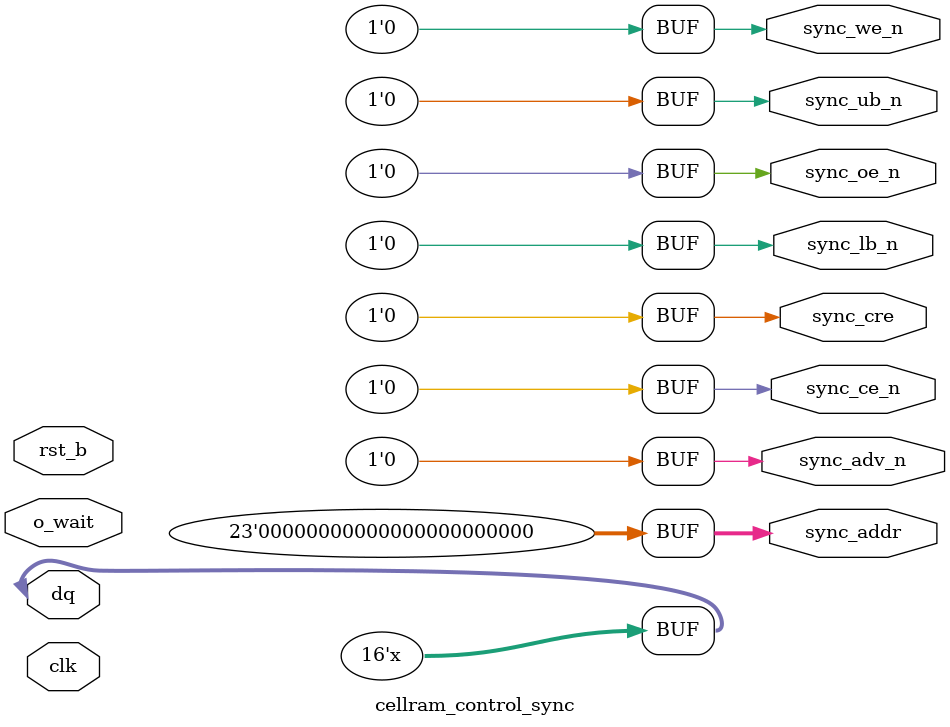
<source format=v>
module cellram_control_sync(/*AUTOARG*/
   // Outputs
   sync_addr, sync_adv_n, sync_cre, sync_ce_n, sync_oe_n, sync_we_n,
   sync_lb_n, sync_ub_n,
   // Inouts
   dq,
   // Inputs
   clk, rst_b, o_wait
   );

   /// INTERFACE ///
   
   // Control interface
   input         clk, rst_b;

   // Pre-muxed device interface
   output [23:1] sync_addr;
   output 	 sync_adv_n;
   output 	 sync_cre;
   output 	 sync_ce_n;
   output 	 sync_oe_n;
   output 	 sync_we_n;
   output 	 sync_lb_n;
   output 	 sync_ub_n;
   inout [15:0]  dq;
   input 	 o_wait;

   assign dq = 16'bz;
   /*AUTOTIEOFF*/
   // Beginning of automatic tieoffs (for this module's unterminated outputs)
   wire [23:1]		sync_addr		= 23'h0;
   wire			sync_adv_n		= 1'h0;
   wire			sync_ce_n		= 1'h0;
   wire			sync_cre		= 1'h0;
   wire			sync_lb_n		= 1'h0;
   wire			sync_oe_n		= 1'h0;
   wire			sync_ub_n		= 1'h0;
   wire			sync_we_n		= 1'h0;
   // End of automatics
   
endmodule
</source>
